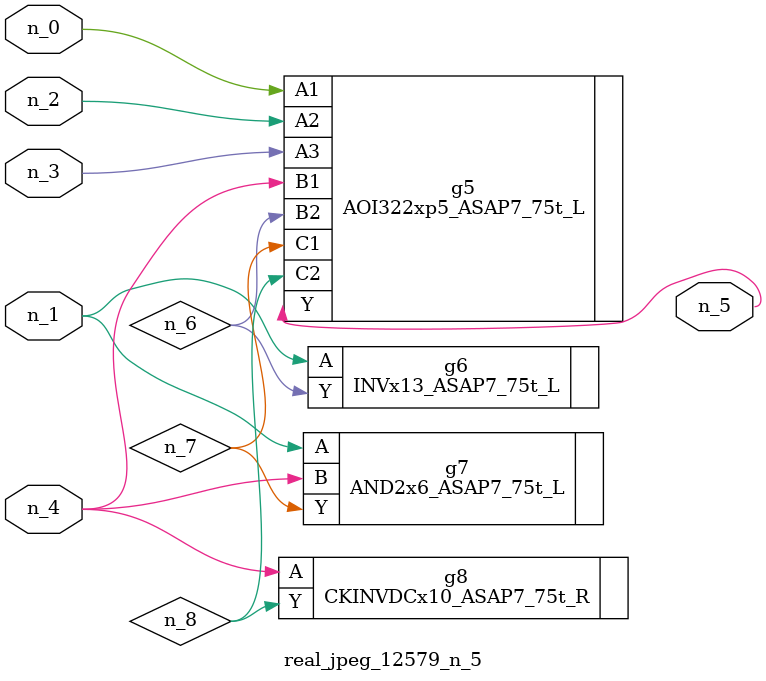
<source format=v>
module real_jpeg_12579_n_5 (n_4, n_0, n_1, n_2, n_3, n_5);

input n_4;
input n_0;
input n_1;
input n_2;
input n_3;

output n_5;

wire n_8;
wire n_6;
wire n_7;

AOI322xp5_ASAP7_75t_L g5 ( 
.A1(n_0),
.A2(n_2),
.A3(n_3),
.B1(n_4),
.B2(n_6),
.C1(n_7),
.C2(n_8),
.Y(n_5)
);

INVx13_ASAP7_75t_L g6 ( 
.A(n_1),
.Y(n_6)
);

AND2x6_ASAP7_75t_L g7 ( 
.A(n_1),
.B(n_4),
.Y(n_7)
);

CKINVDCx10_ASAP7_75t_R g8 ( 
.A(n_4),
.Y(n_8)
);


endmodule
</source>
